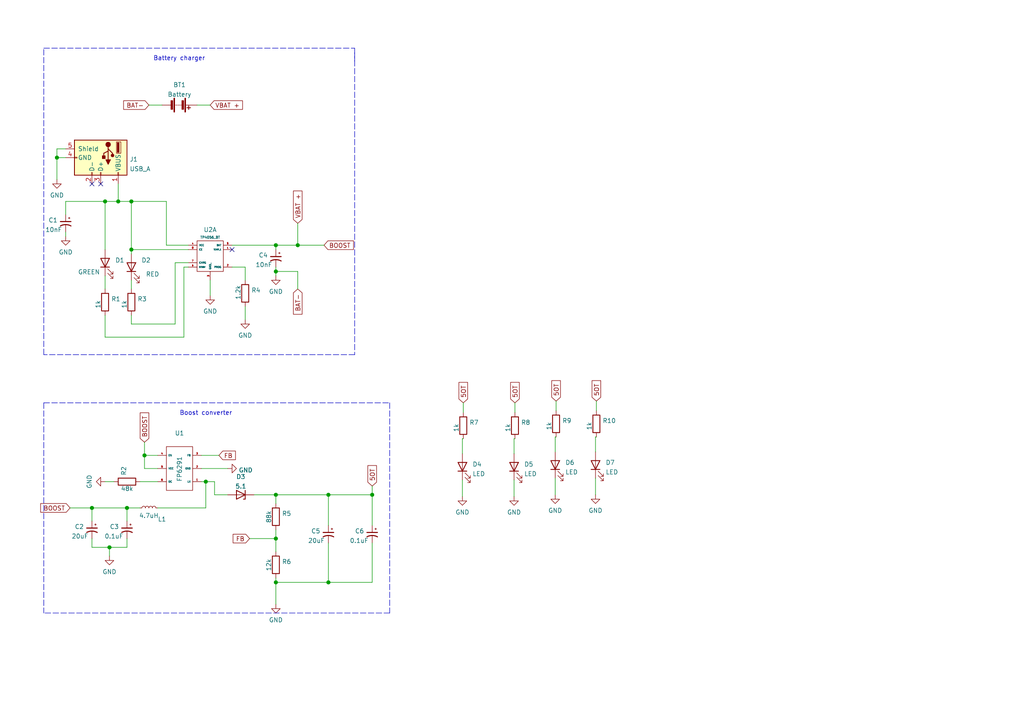
<source format=kicad_sch>
(kicad_sch (version 20210621) (generator eeschema)
  (paper "A4")
  (lib_symbols
    (symbol "Connector:USB_A" (pin_names (offset 1.016))
      (property "Reference" "J" (at -5.08 11.43 0))
      (property "Value" "USB_A" (at -5.08 8.89 0))
      (symbol "USB_A_0_1"
        (circle (center -3.81 2.159) (radius 0.635) (stroke (width 0.254)) (fill (type outline)))
        (circle (center -0.635 3.429) (radius 0.381) (stroke (width 0.254)) (fill (type outline)))
        (rectangle (start -1.27 4.572) (end -4.572 5.842))
        (rectangle (start -0.127 -7.62) (end 0.127 -6.858))
        (rectangle (start 5.08 -2.667) (end 4.318 -2.413))
        (rectangle (start 5.08 -0.127) (end 4.318 0.127))
        (rectangle (start 5.08 4.953) (end 4.318 5.207))
        (rectangle (start -1.524 4.826) (end -4.318 5.334) (fill (type outline)))
        (rectangle (start 0.254 1.27) (end -0.508 0.508) (stroke (width 0.254)) (fill (type outline)))
        (rectangle (start -5.08 -7.62) (end 5.08 7.62) (stroke (width 0.254)) (fill (type background)))
        (polyline (pts (xy -3.175 2.159) (xy -2.54 2.159) (xy -1.27 3.429) (xy -0.635 3.429)) (stroke (width 0.254)))
        (polyline (pts (xy -2.54 2.159) (xy -1.905 2.159) (xy -1.27 0.889) (xy 0 0.889)) (stroke (width 0.254)))
        (polyline (pts (xy 0.635 2.794) (xy 0.635 1.524) (xy 1.905 2.159) (xy 0.635 2.794)) (stroke (width 0.254)) (fill (type outline)))
      )
      (symbol "USB_A_1_1"
        (polyline (pts (xy -1.905 2.159) (xy 0.635 2.159)) (stroke (width 0.254)))
        (pin power_in line (at 7.62 5.08 180) (length 2.54) (name "VBUS") (number "1"))
        (pin passive line (at 7.62 -2.54 180) (length 2.54) (name "D-") (number "2"))
        (pin passive line (at 7.62 0 180) (length 2.54) (name "D+") (number "3"))
        (pin power_in line (at 0 -10.16 90) (length 2.54) (name "GND") (number "4"))
        (pin passive line (at -2.54 -10.16 90) (length 2.54) (name "Shield") (number "5"))
      )
    )
    (symbol "Device:Battery" (pin_numbers hide) (pin_names (offset 0) hide)
      (property "Reference" "BT" (at 2.54 2.54 0))
      (property "Value" "Battery" (at 2.54 0 0))
      (symbol "Battery_0_1"
        (rectangle (start -2.032 -1.397) (end 2.032 -1.651) (fill (type outline)))
        (rectangle (start -2.032 1.778) (end 2.032 1.524) (fill (type outline)))
        (rectangle (start -1.3208 -1.9812) (end 1.27 -2.4892) (fill (type outline)))
        (rectangle (start -1.3208 1.1938) (end 1.27 0.6858) (fill (type outline)))
        (polyline (pts (xy 0 -1.524) (xy 0 -1.27)))
        (polyline (pts (xy 0 -1.016) (xy 0 -0.762)))
        (polyline (pts (xy 0 -0.508) (xy 0 -0.254)))
        (polyline (pts (xy 0 0) (xy 0 0.254)))
        (polyline (pts (xy 0 0.508) (xy 0 0.762)))
        (polyline (pts (xy 0 1.778) (xy 0 2.54)))
        (polyline (pts (xy 0.254 2.667) (xy 1.27 2.667)) (stroke (width 0.254)))
        (polyline (pts (xy 0.762 3.175) (xy 0.762 2.159)) (stroke (width 0.254)))
      )
      (symbol "Battery_1_1"
        (pin passive line (at 0 5.08 270) (length 2.54) (name "+") (number "1"))
        (pin passive line (at 0 -5.08 90) (length 2.54) (name "-") (number "2"))
      )
    )
    (symbol "Device:CP1_Small" (pin_numbers hide) (pin_names (offset 0.254) hide)
      (property "Reference" "C" (at 0.254 1.778 0))
      (property "Value" "CP1_Small" (at 0.254 -2.032 0))
      (symbol "CP1_Small_0_1"
        (arc (start -1.524 -0.762) (end 1.524 -0.762) (radius (at 0 -3.556) (length 3.175) (angles 118.6 61.4)) (stroke (width 0.3048)))
        (polyline (pts (xy -1.524 0.508) (xy 1.524 0.508)) (stroke (width 0.3048)))
        (polyline (pts (xy -1.27 1.524) (xy -0.762 1.524)))
        (polyline (pts (xy -1.016 1.27) (xy -1.016 1.778)))
      )
      (symbol "CP1_Small_1_1"
        (pin passive line (at 0 2.54 270) (length 2.032) (name "~") (number "1"))
        (pin passive line (at 0 -2.54 90) (length 2.032) (name "~") (number "2"))
      )
    )
    (symbol "Device:D_Zener" (pin_numbers hide) (pin_names (offset 1.016) hide)
      (property "Reference" "D" (at 0 2.54 0))
      (property "Value" "D_Zener" (at 0 -2.54 0))
      (symbol "D_Zener_0_1"
        (polyline (pts (xy 1.27 0) (xy -1.27 0)))
        (polyline (pts (xy -1.27 -1.27) (xy -1.27 1.27) (xy -0.762 1.27)) (stroke (width 0.254)))
        (polyline (pts (xy 1.27 -1.27) (xy 1.27 1.27) (xy -1.27 0) (xy 1.27 -1.27)) (stroke (width 0.254)))
      )
      (symbol "D_Zener_1_1"
        (pin passive line (at -3.81 0 0) (length 2.54) (name "K") (number "1"))
        (pin passive line (at 3.81 0 180) (length 2.54) (name "A") (number "2"))
      )
    )
    (symbol "Device:LED" (pin_numbers hide) (pin_names (offset 1.016) hide)
      (property "Reference" "D" (at 0 2.54 0))
      (property "Value" "LED" (at 0 -2.54 0))
      (symbol "LED_0_1"
        (polyline (pts (xy -1.27 -1.27) (xy -1.27 1.27)) (stroke (width 0.254)))
        (polyline (pts (xy -1.27 0) (xy 1.27 0)))
        (polyline (pts (xy 1.27 -1.27) (xy 1.27 1.27) (xy -1.27 0) (xy 1.27 -1.27)) (stroke (width 0.254)))
        (polyline (pts (xy -3.048 -0.762) (xy -4.572 -2.286) (xy -3.81 -2.286) (xy -4.572 -2.286) (xy -4.572 -1.524)))
        (polyline (pts (xy -1.778 -0.762) (xy -3.302 -2.286) (xy -2.54 -2.286) (xy -3.302 -2.286) (xy -3.302 -1.524)))
      )
      (symbol "LED_1_1"
        (pin passive line (at -3.81 0 0) (length 2.54) (name "K") (number "1"))
        (pin passive line (at 3.81 0 180) (length 2.54) (name "A") (number "2"))
      )
    )
    (symbol "Device:L_Small" (pin_numbers hide) (pin_names (offset 0.254) hide)
      (property "Reference" "L" (at 0.762 1.016 0))
      (property "Value" "L_Small" (at 0.762 -1.016 0))
      (symbol "L_Small_0_1"
        (arc (start 0 -2.032) (end 0 -1.016) (radius (at 0 -1.524) (length 0.508) (angles -89.9 89.9)))
        (arc (start 0 -1.016) (end 0 0) (radius (at 0 -0.508) (length 0.508) (angles -89.9 89.9)))
        (arc (start 0 0) (end 0 1.016) (radius (at 0 0.508) (length 0.508) (angles -89.9 89.9)))
        (arc (start 0 1.016) (end 0 2.032) (radius (at 0 1.524) (length 0.508) (angles -89.9 89.9)))
      )
      (symbol "L_Small_1_1"
        (pin passive line (at 0 2.54 270) (length 0.508) (name "~") (number "1"))
        (pin passive line (at 0 -2.54 90) (length 0.508) (name "~") (number "2"))
      )
    )
    (symbol "Device:R" (pin_numbers hide) (pin_names (offset 0))
      (property "Reference" "R" (at 2.032 0 90))
      (property "Value" "R" (at 0 0 90))
      (symbol "R_0_1"
        (rectangle (start -1.016 -2.54) (end 1.016 2.54) (stroke (width 0.254)))
      )
      (symbol "R_1_1"
        (pin passive line (at 0 3.81 270) (length 1.27) (name "~") (number "1"))
        (pin passive line (at 0 -3.81 90) (length 1.27) (name "~") (number "2"))
      )
    )
    (symbol "TP4056:FP6291"
      (property "Reference" "U" (at 0 7.62 0))
      (property "Value" "FP6291" (at 0 0 90))
      (symbol "FP6291_0_1"
        (rectangle (start -3.81 6.35) (end 3.81 -6.35) (stroke (width 0.1524)))
      )
      (symbol "FP6291_1_0"
        (pin output line (at 6.35 -3.81 180) (length 2.54) (name "LX") (number "1"))
        (pin output line (at 6.35 0 180) (length 2.54) (name "GND") (number "2"))
        (pin input line (at 6.35 3.81 180) (length 2.54) (name "FB") (number "3"))
        (pin input line (at -6.35 3.81 0) (length 2.54) (name "EN") (number "4"))
        (pin input line (at -6.35 0 0) (length 2.54) (name "VCC") (number "5"))
        (pin input line (at -6.35 -3.81 0) (length 2.54) (name "OC") (number "6"))
      )
    )
    (symbol "TP4056:TP4056_BT"
      (property "Reference" "U" (at 0 6.35 0))
      (property "Value" "TP4056_BT" (at 0 1.27 0))
      (symbol "TP4056_BT_0_1"
        (rectangle (start -3.81 5.08) (end 3.81 -3.81) (stroke (width 0.1524)))
        (rectangle (start -2.54 2.54) (end -2.54 2.54) (stroke (width 0.1524)))
      )
      (symbol "TP4056_BT_1_0"
        (pin input line (at 6.35 -2.54 180) (length 2.54) (name "PROG") (number "2"))
        (pin output line (at 0 -6.35 90) (length 2.54) (name "GND_") (number "3"))
        (pin output line (at 6.35 3.81 180) (length 2.54) (name "BAT") (number "5"))
        (pin output line (at -6.35 -1.27 0) (length 2.54) (name "CHRG") (number "7"))
        (pin input line (at -6.35 2.54 0) (length 2.54) (name "CE") (number "8"))
      )
      (symbol "TP4056_BT_1_1"
        (pin input line (at 6.35 2.54 180) (length 2.54) (name "TEMP_1") (number "1"))
        (pin input line (at -6.35 3.81 0) (length 2.54) (name "VCC") (number "4"))
        (pin output line (at -6.35 -2.54 0) (length 2.54) (name "STDBY") (number "6"))
      )
      (symbol "TP4056_BT_2_0"
        (pin output line (at -6.35 -1.27 0) (length 2.54) (name "CHRG") (number "-UB"))
        (pin input line (at 6.35 -2.54 180) (length 2.54) (name "PROG") (number "2-UB"))
        (pin output line (at 0 -6.35 90) (length 2.54) (name "GND_") (number "3-UB"))
        (pin output line (at 6.35 3.81 180) (length 2.54) (name "BAT") (number "5-UB"))
        (pin input line (at -6.35 2.54 0) (length 2.54) (name "CE") (number "8-UB"))
      )
      (symbol "TP4056_BT_2_1"
        (pin output line (at -6.35 -2.54 0) (length 2.54) (name "STDBY") (number "-UB"))
        (pin input line (at 6.35 2.54 180) (length 2.54) (name "TEMP_1") (number "1-UB"))
        (pin input line (at -6.35 3.81 0) (length 2.54) (name "VCC") (number "4-UB"))
      )
      (symbol "TP4056_BT_3_0"
        (pin output line (at -6.35 -1.27 0) (length 2.54) (name "CHRG") (number "-UC"))
        (pin input line (at 6.35 -2.54 180) (length 2.54) (name "PROG") (number "2-UC"))
        (pin output line (at 0 -6.35 90) (length 2.54) (name "GND_") (number "3-UC"))
        (pin output line (at 6.35 3.81 180) (length 2.54) (name "BAT") (number "5-UC"))
        (pin input line (at -6.35 2.54 0) (length 2.54) (name "CE") (number "8-UC"))
      )
      (symbol "TP4056_BT_3_1"
        (pin output line (at -6.35 -2.54 0) (length 2.54) (name "STDBY") (number "-UC"))
        (pin input line (at 6.35 2.54 180) (length 2.54) (name "TEMP_1") (number "1-UC"))
        (pin input line (at -6.35 3.81 0) (length 2.54) (name "VCC") (number "4-UC"))
      )
      (symbol "TP4056_BT_4_0"
        (pin output line (at -6.35 -1.27 0) (length 2.54) (name "CHRG") (number "-UD"))
        (pin input line (at 6.35 -2.54 180) (length 2.54) (name "PROG") (number "2-UD"))
        (pin output line (at 0 -6.35 90) (length 2.54) (name "GND_") (number "3-UD"))
        (pin output line (at 6.35 3.81 180) (length 2.54) (name "BAT") (number "5-UD"))
        (pin input line (at -6.35 2.54 0) (length 2.54) (name "CE") (number "8-UD"))
      )
      (symbol "TP4056_BT_4_1"
        (pin output line (at -6.35 -2.54 0) (length 2.54) (name "STDBY") (number "-UD"))
        (pin input line (at 6.35 2.54 180) (length 2.54) (name "TEMP_1") (number "1-UD"))
        (pin input line (at -6.35 3.81 0) (length 2.54) (name "VCC") (number "4-UD"))
      )
      (symbol "TP4056_BT_5_0"
        (pin output line (at -6.35 -1.27 0) (length 2.54) (name "CHRG") (number "-UE"))
        (pin input line (at 6.35 -2.54 180) (length 2.54) (name "PROG") (number "2-UE"))
        (pin output line (at 0 -6.35 90) (length 2.54) (name "GND_") (number "3-UE"))
        (pin output line (at 6.35 3.81 180) (length 2.54) (name "BAT") (number "5-UE"))
        (pin input line (at -6.35 2.54 0) (length 2.54) (name "CE") (number "8-UE"))
      )
      (symbol "TP4056_BT_5_1"
        (pin output line (at -6.35 -2.54 0) (length 2.54) (name "STDBY") (number "-UE"))
        (pin input line (at 6.35 2.54 180) (length 2.54) (name "TEMP_1") (number "1-UE"))
        (pin input line (at -6.35 3.81 0) (length 2.54) (name "VCC") (number "4-UE"))
      )
      (symbol "TP4056_BT_6_0"
        (pin output line (at -6.35 -1.27 0) (length 2.54) (name "CHRG") (number "-UF"))
        (pin input line (at 6.35 -2.54 180) (length 2.54) (name "PROG") (number "2-UF"))
        (pin output line (at 0 -6.35 90) (length 2.54) (name "GND_") (number "3-UF"))
        (pin output line (at 6.35 3.81 180) (length 2.54) (name "BAT") (number "5-UF"))
        (pin input line (at -6.35 2.54 0) (length 2.54) (name "CE") (number "8-UF"))
      )
      (symbol "TP4056_BT_6_1"
        (pin output line (at -6.35 -2.54 0) (length 2.54) (name "STDBY") (number "-UF"))
        (pin input line (at 6.35 2.54 180) (length 2.54) (name "TEMP_1") (number "1-UF"))
        (pin input line (at -6.35 3.81 0) (length 2.54) (name "VCC") (number "4-UF"))
      )
      (symbol "TP4056_BT_7_0"
        (pin output line (at -6.35 -1.27 0) (length 2.54) (name "CHRG") (number "-UG"))
        (pin input line (at 6.35 -2.54 180) (length 2.54) (name "PROG") (number "2-UG"))
        (pin output line (at 0 -6.35 90) (length 2.54) (name "GND_") (number "3-UG"))
        (pin output line (at 6.35 3.81 180) (length 2.54) (name "BAT") (number "5-UG"))
        (pin input line (at -6.35 2.54 0) (length 2.54) (name "CE") (number "8-UG"))
      )
      (symbol "TP4056_BT_7_1"
        (pin output line (at -6.35 -2.54 0) (length 2.54) (name "STDBY") (number "-UG"))
        (pin input line (at 6.35 2.54 180) (length 2.54) (name "TEMP_1") (number "1-UG"))
        (pin input line (at -6.35 3.81 0) (length 2.54) (name "VCC") (number "4-UG"))
      )
      (symbol "TP4056_BT_8_0"
        (pin output line (at -6.35 -1.27 0) (length 2.54) (name "CHRG") (number "-UH"))
        (pin input line (at 6.35 -2.54 180) (length 2.54) (name "PROG") (number "2-UH"))
        (pin output line (at 0 -6.35 90) (length 2.54) (name "GND_") (number "3-UH"))
        (pin output line (at 6.35 3.81 180) (length 2.54) (name "BAT") (number "5-UH"))
        (pin input line (at -6.35 2.54 0) (length 2.54) (name "CE") (number "8-UH"))
      )
      (symbol "TP4056_BT_8_1"
        (pin output line (at -6.35 -2.54 0) (length 2.54) (name "STDBY") (number "-UH"))
        (pin input line (at 6.35 2.54 180) (length 2.54) (name "TEMP_1") (number "1-UH"))
        (pin input line (at -6.35 3.81 0) (length 2.54) (name "VCC") (number "4-UH"))
      )
    )
    (symbol "power:GND" (power) (pin_names (offset 0))
      (property "Value" "GND" (at 0 -3.81 0))
      (symbol "GND_0_1"
        (polyline (pts (xy 0 0) (xy 0 -1.27) (xy 1.27 -1.27) (xy 0 -2.54) (xy -1.27 -1.27) (xy 0 -1.27)))
      )
      (symbol "GND_1_1"
        (pin power_in line (at 0 0 270) (length 0) hide (name "GND") (number "1"))
      )
    )
  )
  (junction (at 16.51 45.72) (diameter 1.016))
  (junction (at 26.67 147.32) (diameter 1.016))
  (junction (at 30.48 58.42) (diameter 1.016))
  (junction (at 31.75 158.75) (diameter 1.016))
  (junction (at 34.29 58.42) (diameter 1.016))
  (junction (at 36.83 147.32) (diameter 1.016))
  (junction (at 38.1 58.42) (diameter 1.016))
  (junction (at 38.1 72.39) (diameter 1.016))
  (junction (at 41.91 132.08) (diameter 1.016))
  (junction (at 59.69 139.7) (diameter 1.016))
  (junction (at 80.01 71.12) (diameter 1.016))
  (junction (at 80.01 78.74) (diameter 1.016))
  (junction (at 80.01 143.51) (diameter 1.016))
  (junction (at 80.01 156.21) (diameter 1.016))
  (junction (at 80.01 168.91) (diameter 1.016))
  (junction (at 86.36 71.12) (diameter 1.016))
  (junction (at 95.25 143.51) (diameter 1.016))
  (junction (at 95.25 168.91) (diameter 1.016))
  (junction (at 107.95 143.51) (diameter 1.016))
  (no_connect (at 26.67 53.34))
  (no_connect (at 29.21 53.34))
  (no_connect (at 67.31 72.39))
  (wire (pts (xy 16.51 43.18) (xy 16.51 45.72)))
  (wire (pts (xy 16.51 45.72) (xy 16.51 52.07)))
  (wire (pts (xy 19.05 43.18) (xy 16.51 43.18)))
  (wire (pts (xy 19.05 45.72) (xy 16.51 45.72)))
  (wire (pts (xy 19.05 58.42) (xy 30.48 58.42)))
  (wire (pts (xy 19.05 62.23) (xy 19.05 58.42)))
  (wire (pts (xy 19.05 67.31) (xy 19.05 68.58)))
  (wire (pts (xy 26.67 147.32) (xy 20.32 147.32)))
  (wire (pts (xy 26.67 147.32) (xy 26.67 151.13)))
  (wire (pts (xy 26.67 158.75) (xy 26.67 156.21)))
  (wire (pts (xy 30.48 58.42) (xy 30.48 72.39)))
  (wire (pts (xy 30.48 58.42) (xy 34.29 58.42)))
  (wire (pts (xy 30.48 80.01) (xy 30.48 83.82)))
  (wire (pts (xy 30.48 97.79) (xy 30.48 91.44)))
  (wire (pts (xy 31.75 158.75) (xy 26.67 158.75)))
  (wire (pts (xy 31.75 158.75) (xy 31.75 161.29)))
  (wire (pts (xy 33.02 139.7) (xy 30.48 139.7)))
  (wire (pts (xy 34.29 53.34) (xy 34.29 58.42)))
  (wire (pts (xy 34.29 58.42) (xy 38.1 58.42)))
  (wire (pts (xy 36.83 147.32) (xy 26.67 147.32)))
  (wire (pts (xy 36.83 147.32) (xy 36.83 151.13)))
  (wire (pts (xy 36.83 156.21) (xy 36.83 158.75)))
  (wire (pts (xy 36.83 158.75) (xy 31.75 158.75)))
  (wire (pts (xy 38.1 58.42) (xy 38.1 72.39)))
  (wire (pts (xy 38.1 58.42) (xy 48.26 58.42)))
  (wire (pts (xy 38.1 72.39) (xy 38.1 73.66)))
  (wire (pts (xy 38.1 72.39) (xy 54.61 72.39)))
  (wire (pts (xy 38.1 81.28) (xy 38.1 83.82)))
  (wire (pts (xy 38.1 91.44) (xy 38.1 93.98)))
  (wire (pts (xy 38.1 93.98) (xy 50.8 93.98)))
  (wire (pts (xy 40.64 147.32) (xy 36.83 147.32)))
  (wire (pts (xy 41.91 132.08) (xy 41.91 128.27)))
  (wire (pts (xy 41.91 132.08) (xy 41.91 135.89)))
  (wire (pts (xy 41.91 135.89) (xy 45.72 135.89)))
  (wire (pts (xy 43.18 30.48) (xy 46.99 30.48)))
  (wire (pts (xy 45.72 132.08) (xy 41.91 132.08)))
  (wire (pts (xy 45.72 139.7) (xy 40.64 139.7)))
  (wire (pts (xy 45.72 147.32) (xy 59.69 147.32)))
  (wire (pts (xy 48.26 71.12) (xy 48.26 58.42)))
  (wire (pts (xy 50.8 76.2) (xy 50.8 93.98)))
  (wire (pts (xy 50.8 76.2) (xy 54.61 76.2)))
  (wire (pts (xy 53.34 77.47) (xy 53.34 97.79)))
  (wire (pts (xy 53.34 77.47) (xy 54.61 77.47)))
  (wire (pts (xy 53.34 97.79) (xy 30.48 97.79)))
  (wire (pts (xy 54.61 71.12) (xy 48.26 71.12)))
  (wire (pts (xy 57.15 30.48) (xy 60.96 30.48)))
  (wire (pts (xy 58.42 132.08) (xy 63.5 132.08)))
  (wire (pts (xy 58.42 135.89) (xy 66.04 135.89)))
  (wire (pts (xy 58.42 139.7) (xy 59.69 139.7)))
  (wire (pts (xy 59.69 147.32) (xy 59.69 139.7)))
  (wire (pts (xy 60.96 81.28) (xy 60.96 85.725)))
  (wire (pts (xy 62.23 139.7) (xy 59.69 139.7)))
  (wire (pts (xy 62.23 143.51) (xy 62.23 139.7)))
  (wire (pts (xy 66.04 143.51) (xy 62.23 143.51)))
  (wire (pts (xy 67.31 71.12) (xy 80.01 71.12)))
  (wire (pts (xy 67.31 77.47) (xy 71.12 77.47)))
  (wire (pts (xy 71.12 77.47) (xy 71.12 81.28)))
  (wire (pts (xy 71.12 88.9) (xy 71.12 92.71)))
  (wire (pts (xy 72.39 156.21) (xy 80.01 156.21)))
  (wire (pts (xy 73.66 143.51) (xy 80.01 143.51)))
  (wire (pts (xy 80.01 71.12) (xy 80.01 72.39)))
  (wire (pts (xy 80.01 71.12) (xy 86.36 71.12)))
  (wire (pts (xy 80.01 77.47) (xy 80.01 78.74)))
  (wire (pts (xy 80.01 78.74) (xy 80.01 80.01)))
  (wire (pts (xy 80.01 78.74) (xy 86.36 78.74)))
  (wire (pts (xy 80.01 143.51) (xy 80.01 146.05)))
  (wire (pts (xy 80.01 153.67) (xy 80.01 156.21)))
  (wire (pts (xy 80.01 156.21) (xy 80.01 160.02)))
  (wire (pts (xy 80.01 167.64) (xy 80.01 168.91)))
  (wire (pts (xy 80.01 168.91) (xy 80.01 175.26)))
  (wire (pts (xy 86.36 64.77) (xy 86.36 71.12)))
  (wire (pts (xy 86.36 71.12) (xy 93.98 71.12)))
  (wire (pts (xy 86.36 83.82) (xy 86.36 78.74)))
  (wire (pts (xy 95.25 143.51) (xy 80.01 143.51)))
  (wire (pts (xy 95.25 152.4) (xy 95.25 143.51)))
  (wire (pts (xy 95.25 157.48) (xy 95.25 168.91)))
  (wire (pts (xy 95.25 168.91) (xy 80.01 168.91)))
  (wire (pts (xy 107.95 140.97) (xy 107.95 143.51)))
  (wire (pts (xy 107.95 143.51) (xy 95.25 143.51)))
  (wire (pts (xy 107.95 152.4) (xy 107.95 143.51)))
  (wire (pts (xy 107.95 157.48) (xy 107.95 168.91)))
  (wire (pts (xy 107.95 168.91) (xy 95.25 168.91)))
  (wire (pts (xy 134.112 127.254) (xy 134.366 127.254)))
  (wire (pts (xy 134.112 131.572) (xy 134.112 127.254)))
  (wire (pts (xy 134.112 139.192) (xy 134.112 144.018)))
  (wire (pts (xy 134.366 116.84) (xy 134.366 119.634)))
  (wire (pts (xy 149.098 127.254) (xy 149.352 127.254)))
  (wire (pts (xy 149.098 131.572) (xy 149.098 127.254)))
  (wire (pts (xy 149.098 139.192) (xy 149.098 144.018)))
  (wire (pts (xy 149.352 116.84) (xy 149.352 119.634)))
  (wire (pts (xy 161.036 126.746) (xy 161.29 126.746)))
  (wire (pts (xy 161.036 131.064) (xy 161.036 126.746)))
  (wire (pts (xy 161.036 138.684) (xy 161.036 143.51)))
  (wire (pts (xy 161.29 116.332) (xy 161.29 119.126)))
  (wire (pts (xy 172.72 126.746) (xy 172.974 126.746)))
  (wire (pts (xy 172.72 131.064) (xy 172.72 126.746)))
  (wire (pts (xy 172.72 138.684) (xy 172.72 143.51)))
  (wire (pts (xy 172.974 116.332) (xy 172.974 119.126)))
  (polyline (pts (xy 12.7 13.97) (xy 102.87 13.97)) (stroke (width 0) (type dash)))
  (polyline (pts (xy 12.7 102.87) (xy 12.7 13.97)) (stroke (width 0) (type dash)))
  (polyline (pts (xy 12.7 116.84) (xy 12.7 177.8)) (stroke (width 0) (type dash)))
  (polyline (pts (xy 12.7 116.84) (xy 113.03 116.84)) (stroke (width 0) (type dash)))
  (polyline (pts (xy 102.87 13.97) (xy 102.87 17.78)) (stroke (width 0) (type dash)))
  (polyline (pts (xy 102.87 15.24) (xy 102.87 102.87)) (stroke (width 0) (type dash)))
  (polyline (pts (xy 102.87 102.87) (xy 12.7 102.87)) (stroke (width 0) (type dash)))
  (polyline (pts (xy 113.03 116.84) (xy 113.03 177.8)) (stroke (width 0) (type dash)))
  (polyline (pts (xy 113.03 177.8) (xy 12.7 177.8)) (stroke (width 0) (type dash)))
  (text "Battery charger " (at 44.45 17.78 0) (effects (font (size 1.27 1.27)) (justify left bottom)))
  (text "Boost converter \n" (at 52.07 120.65 0) (effects (font (size 1.27 1.27)) (justify left bottom)))
  (global_label "BOOST" (shape input) (at 20.32 147.32 180) (property "Intersheet References" "${INTERSHEET_REFS}" (effects hide)))
  (global_label "BOOST" (shape input) (at 41.91 128.27 90) (property "Intersheet References" "${INTERSHEET_REFS}" (effects hide)))
  (global_label "BAT-" (shape input) (at 43.18 30.48 180) (property "Intersheet References" "${INTERSHEET_REFS}" (effects hide)))
  (global_label "VBAT +" (shape input) (at 60.96 30.48 0) (property "Intersheet References" "${INTERSHEET_REFS}" (effects hide)))
  (global_label "FB" (shape input) (at 63.5 132.08 0) (property "Intersheet References" "${INTERSHEET_REFS}" (effects hide)))
  (global_label "FB" (shape input) (at 72.39 156.21 180) (property "Intersheet References" "${INTERSHEET_REFS}" (effects hide)))
  (global_label "VBAT +" (shape input) (at 86.36 64.77 90) (property "Intersheet References" "${INTERSHEET_REFS}" (effects hide)))
  (global_label "BAT-" (shape input) (at 86.36 83.82 270) (property "Intersheet References" "${INTERSHEET_REFS}" (effects hide)))
  (global_label "BOOST" (shape input) (at 93.98 71.12 0) (property "Intersheet References" "${INTERSHEET_REFS}" (effects hide)))
  (global_label "5OT" (shape input) (at 107.95 140.97 90) (property "Intersheet References" "${INTERSHEET_REFS}" (effects hide)))
  (global_label "5OT" (shape input) (at 134.366 116.84 90) (property "Intersheet References" "${INTERSHEET_REFS}" (effects hide)))
  (global_label "5OT" (shape input) (at 149.352 116.84 90) (property "Intersheet References" "${INTERSHEET_REFS}" (effects hide)))
  (global_label "5OT" (shape input) (at 161.29 116.332 90) (property "Intersheet References" "${INTERSHEET_REFS}" (effects hide)))
  (global_label "5OT" (shape input) (at 172.974 116.332 90) (property "Intersheet References" "${INTERSHEET_REFS}" (effects hide)))
  (symbol (lib_id "Device:L_Small") (at 43.18 147.32 270) (mirror x) (unit 1)
    (property "Reference" "L1" (at 46.99 150.5924 90))
    (property "Value" "4.7uH" (at 43.18 149.5575 90))
    (property "Footprint" "Inductor_THT:L_Radial_D6.0mm_P4.00mm" (effects hide))
  )
  (symbol (lib_id "power:GND") (at 16.51 52.07 0) (unit 1)
    (property "Reference" "#PWR01" (effects hide))
    (property "Value" "GND" (at 16.51 56.6326 0))
  )
  (symbol (lib_id "power:GND") (at 19.05 68.58 0) (unit 1)
    (property "Reference" "#PWR02" (effects hide))
    (property "Value" "GND" (at 19.05 73.1426 0))
  )
  (symbol (lib_id "power:GND") (at 30.48 139.7 270) (unit 1)
    (property "Reference" "#PWR03" (effects hide))
    (property "Value" "GND" (at 25.9174 139.7 0))
  )
  (symbol (lib_id "power:GND") (at 31.75 161.29 0) (mirror y) (unit 1)
    (property "Reference" "#PWR04" (effects hide))
    (property "Value" "GND" (at 31.75 165.8526 0))
  )
  (symbol (lib_id "power:GND") (at 60.96 85.725 0) (unit 1)
    (property "Reference" "#PWR05" (effects hide))
    (property "Value" "GND" (at 60.96 90.2876 0))
  )
  (symbol (lib_id "power:GND") (at 66.04 135.89 90) (unit 1)
    (property "Reference" "#PWR06" (effects hide))
    (property "Value" "GND" (at 69.2151 136.369 90) (effects (justify right)))
  )
  (symbol (lib_id "power:GND") (at 71.12 92.71 0) (unit 1)
    (property "Reference" "#PWR07" (effects hide))
    (property "Value" "GND" (at 71.12 97.2726 0))
  )
  (symbol (lib_id "power:GND") (at 80.01 80.01 0) (unit 1)
    (property "Reference" "#PWR08" (effects hide))
    (property "Value" "GND" (at 80.01 84.5726 0))
  )
  (symbol (lib_id "power:GND") (at 80.01 175.26 0) (mirror y) (unit 1)
    (property "Reference" "#PWR09" (effects hide))
    (property "Value" "GND" (at 80.01 179.8226 0))
  )
  (symbol (lib_id "power:GND") (at 134.112 144.018 0) (mirror y) (unit 1)
    (property "Reference" "#PWR010" (effects hide))
    (property "Value" "GND" (at 134.112 148.5806 0))
  )
  (symbol (lib_id "power:GND") (at 149.098 144.018 0) (mirror y) (unit 1)
    (property "Reference" "#PWR011" (effects hide))
    (property "Value" "GND" (at 149.098 148.5806 0))
  )
  (symbol (lib_id "power:GND") (at 161.036 143.51 0) (mirror y) (unit 1)
    (property "Reference" "#PWR012" (effects hide))
    (property "Value" "GND" (at 161.036 148.0726 0))
  )
  (symbol (lib_id "power:GND") (at 172.72 143.51 0) (mirror y) (unit 1)
    (property "Reference" "#PWR013" (effects hide))
    (property "Value" "GND" (at 172.72 148.0726 0))
  )
  (symbol (lib_id "Device:R") (at 30.48 87.63 0) (unit 1)
    (property "Reference" "R1" (at 32.2581 86.7215 0) (effects (justify left)))
    (property "Value" "1k" (at 28.4481 89.4966 90) (effects (justify left)))
    (property "Footprint" "Resistor_SMD:R_0805_2012Metric" (effects hide))
  )
  (symbol (lib_id "Device:R") (at 36.83 139.7 90) (unit 1)
    (property "Reference" "R2" (at 35.9215 137.9219 0) (effects (justify left)))
    (property "Value" "48k" (at 38.6966 141.7319 90) (effects (justify left)))
    (property "Footprint" "Resistor_SMD:R_0805_2012Metric" (effects hide))
  )
  (symbol (lib_id "Device:R") (at 38.1 87.63 0) (unit 1)
    (property "Reference" "R3" (at 39.8781 86.7215 0) (effects (justify left)))
    (property "Value" "1k" (at 36.0681 89.4966 90) (effects (justify left)))
    (property "Footprint" "Resistor_SMD:R_0805_2012Metric" (effects hide))
  )
  (symbol (lib_id "Device:R") (at 71.12 85.09 0) (unit 1)
    (property "Reference" "R4" (at 72.8981 84.1815 0) (effects (justify left)))
    (property "Value" "1.2k" (at 69.0881 86.9566 90) (effects (justify left)))
    (property "Footprint" "Resistor_SMD:R_0805_2012Metric" (effects hide))
  )
  (symbol (lib_id "Device:R") (at 80.01 149.86 0) (unit 1)
    (property "Reference" "R5" (at 81.7881 148.9515 0) (effects (justify left)))
    (property "Value" "88k" (at 77.9781 151.7266 90) (effects (justify left)))
    (property "Footprint" "Resistor_SMD:R_0805_2012Metric" (effects hide))
  )
  (symbol (lib_id "Device:R") (at 80.01 163.83 0) (unit 1)
    (property "Reference" "R6" (at 81.7881 162.9215 0) (effects (justify left)))
    (property "Value" "12k" (at 77.9781 165.6966 90) (effects (justify left)))
    (property "Footprint" "Resistor_SMD:R_0805_2012Metric" (effects hide))
  )
  (symbol (lib_id "Device:R") (at 134.366 123.444 0) (unit 1)
    (property "Reference" "R7" (at 136.1441 122.5355 0) (effects (justify left)))
    (property "Value" "1k" (at 132.3341 125.3106 90) (effects (justify left)))
    (property "Footprint" "Resistor_SMD:R_0805_2012Metric" (effects hide))
  )
  (symbol (lib_id "Device:R") (at 149.352 123.444 0) (unit 1)
    (property "Reference" "R8" (at 151.1301 122.5355 0) (effects (justify left)))
    (property "Value" "1k" (at 147.3201 125.3106 90) (effects (justify left)))
    (property "Footprint" "Resistor_SMD:R_0805_2012Metric" (effects hide))
  )
  (symbol (lib_id "Device:R") (at 161.29 122.936 0) (unit 1)
    (property "Reference" "R9" (at 163.0681 122.0275 0) (effects (justify left)))
    (property "Value" "1k" (at 159.2581 124.8026 90) (effects (justify left)))
    (property "Footprint" "Resistor_SMD:R_0805_2012Metric" (effects hide))
  )
  (symbol (lib_id "Device:R") (at 172.974 122.936 0) (unit 1)
    (property "Reference" "R10" (at 174.7521 122.0275 0) (effects (justify left)))
    (property "Value" "1k" (at 170.9421 124.8026 90) (effects (justify left)))
    (property "Footprint" "Resistor_SMD:R_0805_2012Metric" (effects hide))
  )
  (symbol (lib_id "Device:CP1_Small") (at 19.05 64.77 0) (mirror y) (unit 1)
    (property "Reference" "C1" (at 16.7385 63.8615 0) (effects (justify left)))
    (property "Value" "10nF" (at 18.0085 66.6366 0) (effects (justify left)))
    (property "Footprint" "Capacitor_SMD:C_1206_3216Metric" (effects hide))
  )
  (symbol (lib_id "Device:CP1_Small") (at 26.67 153.67 0) (mirror y) (unit 1)
    (property "Reference" "C2" (at 24.3585 152.7615 0) (effects (justify left)))
    (property "Value" "20uF" (at 25.6285 155.5366 0) (effects (justify left)))
    (property "Footprint" "Capacitor_SMD:C_1206_3216Metric" (effects hide))
  )
  (symbol (lib_id "Device:CP1_Small") (at 36.83 153.67 0) (mirror y) (unit 1)
    (property "Reference" "C3" (at 34.5185 152.7615 0) (effects (justify left)))
    (property "Value" "0.1uF" (at 35.7885 155.5366 0) (effects (justify left)))
    (property "Footprint" "Capacitor_SMD:C_1206_3216Metric" (effects hide))
  )
  (symbol (lib_id "Device:CP1_Small") (at 80.01 74.93 0) (mirror y) (unit 1)
    (property "Reference" "C4" (at 77.6985 74.0215 0) (effects (justify left)))
    (property "Value" "10nF" (at 78.9685 76.7966 0) (effects (justify left)))
    (property "Footprint" "Capacitor_SMD:C_1206_3216Metric" (effects hide))
  )
  (symbol (lib_id "Device:CP1_Small") (at 95.25 154.94 0) (mirror y) (unit 1)
    (property "Reference" "C5" (at 92.9385 154.0315 0) (effects (justify left)))
    (property "Value" "20uF" (at 94.2085 156.8066 0) (effects (justify left)))
    (property "Footprint" "Capacitor_SMD:C_1206_3216Metric" (effects hide))
  )
  (symbol (lib_id "Device:CP1_Small") (at 107.95 154.94 0) (mirror y) (unit 1)
    (property "Reference" "C6" (at 105.6385 154.0315 0) (effects (justify left)))
    (property "Value" "0.1uF" (at 106.9085 156.8066 0) (effects (justify left)))
    (property "Footprint" "Capacitor_SMD:C_1206_3216Metric" (effects hide))
  )
  (symbol (lib_id "Device:D_Zener") (at 69.85 143.51 180) (unit 1)
    (property "Reference" "D3" (at 69.85 138.2734 0))
    (property "Value" "5.1" (at 69.85 141.0485 0))
    (property "Footprint" "Diode_THT:D_DO-34_SOD68_P7.62mm_Horizontal" (effects hide))
  )
  (symbol (lib_id "Device:LED") (at 30.48 76.2 90) (unit 1)
    (property "Reference" "D1" (at 33.4011 75.482 90) (effects (justify right)))
    (property "Value" "GREEN" (at 22.6061 78.8921 90) (effects (justify right)))
    (property "Footprint" "LED_SMD:LED_1806_4516Metric_Castellated" (effects hide))
  )
  (symbol (lib_id "Device:LED") (at 38.1 77.47 90) (unit 1)
    (property "Reference" "D2" (at 41.0211 75.482 90) (effects (justify right)))
    (property "Value" "RED" (at 42.2911 79.5271 90) (effects (justify right)))
    (property "Footprint" "LED_SMD:LED_1806_4516Metric_Castellated" (effects hide))
  )
  (symbol (lib_id "Device:LED") (at 134.112 135.382 90) (unit 1)
    (property "Reference" "D4" (at 137.0331 134.664 90) (effects (justify right)))
    (property "Value" "LED" (at 137.0331 137.4391 90) (effects (justify right)))
    (property "Footprint" "LED_THT:LED_D4.0mm" (effects hide))
  )
  (symbol (lib_id "Device:LED") (at 149.098 135.382 90) (unit 1)
    (property "Reference" "D5" (at 152.0191 134.664 90) (effects (justify right)))
    (property "Value" "LED" (at 152.0191 137.4391 90) (effects (justify right)))
    (property "Footprint" "LED_THT:LED_D4.0mm" (effects hide))
  )
  (symbol (lib_id "Device:LED") (at 161.036 134.874 90) (unit 1)
    (property "Reference" "D6" (at 163.9571 134.156 90) (effects (justify right)))
    (property "Value" "LED" (at 163.9571 136.9311 90) (effects (justify right)))
    (property "Footprint" "LED_THT:LED_D4.0mm" (effects hide))
  )
  (symbol (lib_id "Device:LED") (at 172.72 134.874 90) (unit 1)
    (property "Reference" "D7" (at 175.6411 134.156 90) (effects (justify right)))
    (property "Value" "LED" (at 175.6411 136.9311 90) (effects (justify right)))
    (property "Footprint" "LED_THT:LED_D4.0mm" (effects hide))
  )
  (symbol (lib_id "Device:Battery") (at 52.07 30.48 270) (unit 1)
    (property "Reference" "BT1" (at 52.07 24.6084 90))
    (property "Value" "Battery" (at 52.07 27.3835 90))
    (property "Footprint" "Battery:BatteryHolder_Keystone_104_1x23mm" (effects hide))
  )
  (symbol (lib_id "TP4056:TP4056_BT") (at 60.96 74.93 0) (unit 1)
    (property "Reference" "U2" (at 60.96 66.6358 0))
    (property "Value" "TP4056_BT" (at 60.96 68.8451 0) (effects (font (size 0.7 0.7))))
    (property "Footprint" "Package_SO:HSOP-8-1EP_3.9x4.9mm_P1.27mm_EP2.41x3.1mm" (effects hide))
  )
  (symbol (lib_id "TP4056:FP6291") (at 52.07 135.89 0) (unit 1)
    (property "Reference" "U1" (at 52.07 125.6242 0))
    (property "Value" "FP6291" (at 52.07 136.0193 90))
    (property "Footprint" "Package_TO_SOT_SMD:SOT-23-6" (effects hide))
  )
  (symbol (lib_id "Connector:USB_A") (at 29.21 45.72 270) (unit 1)
    (property "Reference" "J1" (at 37.5921 46.2085 90) (effects (justify left)))
    (property "Value" "USB_A" (at 37.5921 48.9836 90) (effects (justify left)))
    (property "Footprint" "Connector_USB:USB_Micro-B_Molex_47346-0001" (effects hide))
    (property "Datasheet" " ~" (effects hide))
  )
)
</source>
